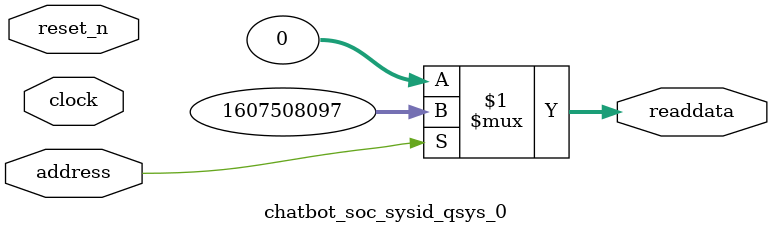
<source format=v>



// synthesis translate_off
`timescale 1ns / 1ps
// synthesis translate_on

// turn off superfluous verilog processor warnings 
// altera message_level Level1 
// altera message_off 10034 10035 10036 10037 10230 10240 10030 

module chatbot_soc_sysid_qsys_0 (
               // inputs:
                address,
                clock,
                reset_n,

               // outputs:
                readdata
             )
;

  output  [ 31: 0] readdata;
  input            address;
  input            clock;
  input            reset_n;

  wire    [ 31: 0] readdata;
  //control_slave, which is an e_avalon_slave
  assign readdata = address ? 1607508097 : 0;

endmodule



</source>
